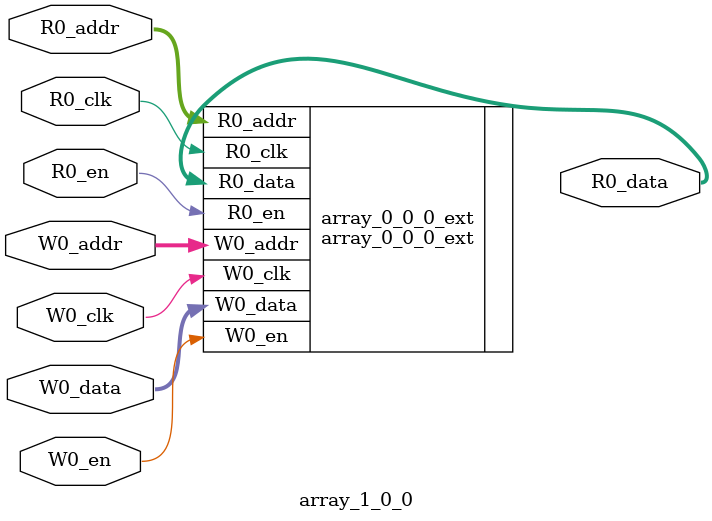
<source format=sv>
`ifndef RANDOMIZE
  `ifdef RANDOMIZE_REG_INIT
    `define RANDOMIZE
  `endif // RANDOMIZE_REG_INIT
`endif // not def RANDOMIZE
`ifndef RANDOMIZE
  `ifdef RANDOMIZE_MEM_INIT
    `define RANDOMIZE
  `endif // RANDOMIZE_MEM_INIT
`endif // not def RANDOMIZE

`ifndef RANDOM
  `define RANDOM $random
`endif // not def RANDOM

// Users can define 'PRINTF_COND' to add an extra gate to prints.
`ifndef PRINTF_COND_
  `ifdef PRINTF_COND
    `define PRINTF_COND_ (`PRINTF_COND)
  `else  // PRINTF_COND
    `define PRINTF_COND_ 1
  `endif // PRINTF_COND
`endif // not def PRINTF_COND_

// Users can define 'ASSERT_VERBOSE_COND' to add an extra gate to assert error printing.
`ifndef ASSERT_VERBOSE_COND_
  `ifdef ASSERT_VERBOSE_COND
    `define ASSERT_VERBOSE_COND_ (`ASSERT_VERBOSE_COND)
  `else  // ASSERT_VERBOSE_COND
    `define ASSERT_VERBOSE_COND_ 1
  `endif // ASSERT_VERBOSE_COND
`endif // not def ASSERT_VERBOSE_COND_

// Users can define 'STOP_COND' to add an extra gate to stop conditions.
`ifndef STOP_COND_
  `ifdef STOP_COND
    `define STOP_COND_ (`STOP_COND)
  `else  // STOP_COND
    `define STOP_COND_ 1
  `endif // STOP_COND
`endif // not def STOP_COND_

// Users can define INIT_RANDOM as general code that gets injected into the
// initializer block for modules with registers.
`ifndef INIT_RANDOM
  `define INIT_RANDOM
`endif // not def INIT_RANDOM

// If using random initialization, you can also define RANDOMIZE_DELAY to
// customize the delay used, otherwise 0.002 is used.
`ifndef RANDOMIZE_DELAY
  `define RANDOMIZE_DELAY 0.002
`endif // not def RANDOMIZE_DELAY

// Define INIT_RANDOM_PROLOG_ for use in our modules below.
`ifndef INIT_RANDOM_PROLOG_
  `ifdef RANDOMIZE
    `ifdef VERILATOR
      `define INIT_RANDOM_PROLOG_ `INIT_RANDOM
    `else  // VERILATOR
      `define INIT_RANDOM_PROLOG_ `INIT_RANDOM #`RANDOMIZE_DELAY begin end
    `endif // VERILATOR
  `else  // RANDOMIZE
    `define INIT_RANDOM_PROLOG_
  `endif // RANDOMIZE
`endif // not def INIT_RANDOM_PROLOG_

module array_1_0_0(	// @[DescribedSRAM.scala:17:26]
  input  [6:0]  R0_addr,
  input         R0_en,
                R0_clk,
  input  [6:0]  W0_addr,
  input         W0_en,
                W0_clk,
  input  [63:0] W0_data,
  output [63:0] R0_data
);

  array_0_0_0_ext array_0_0_0_ext (	// @[DescribedSRAM.scala:17:26]
    .R0_addr (R0_addr),
    .R0_en   (R0_en),
    .R0_clk  (R0_clk),
    .W0_addr (W0_addr),
    .W0_en   (W0_en),
    .W0_clk  (W0_clk),
    .W0_data (W0_data),
    .R0_data (R0_data)
  );
endmodule


</source>
